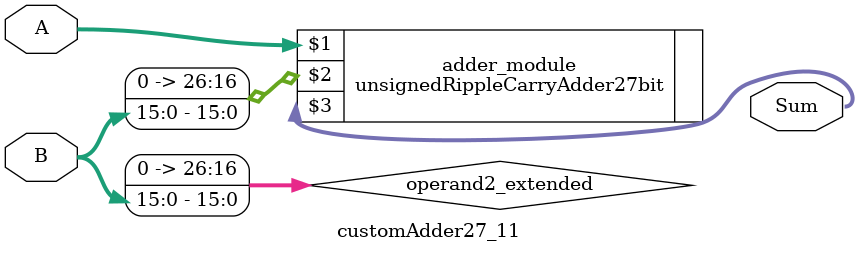
<source format=v>

module customAdder27_11(
                    input [26 : 0] A,
                    input [15 : 0] B,
                    
                    output [27 : 0] Sum
            );

    wire [26 : 0] operand2_extended;
    
    assign operand2_extended =  {11'b0, B};
    
    unsignedRippleCarryAdder27bit adder_module(
        A,
        operand2_extended,
        Sum
    );
    
endmodule
        
</source>
